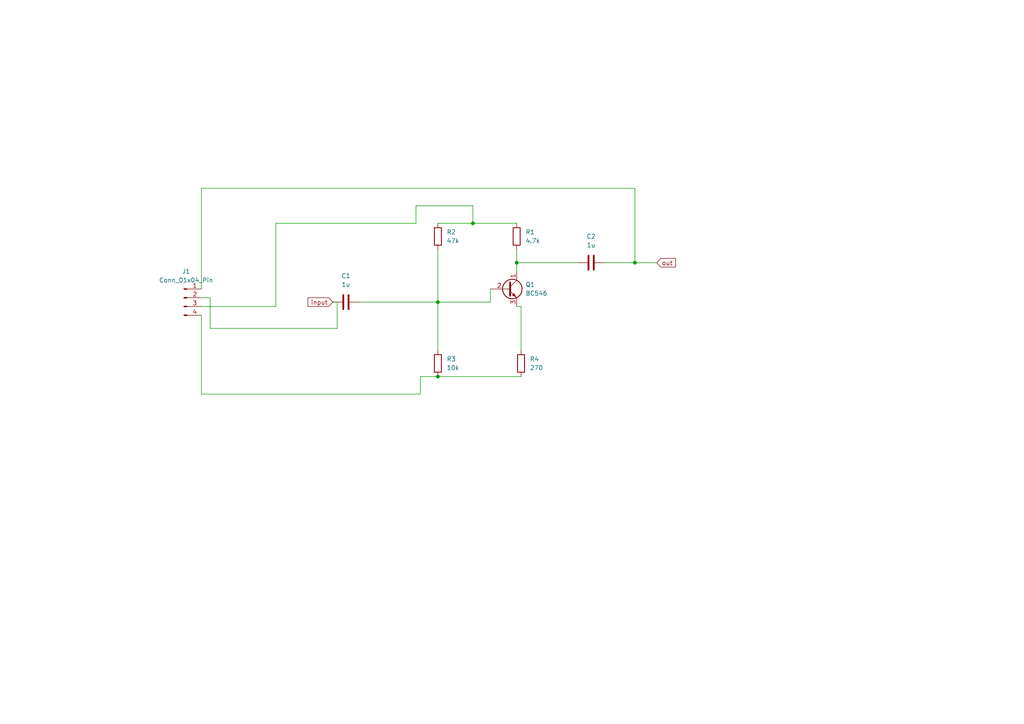
<source format=kicad_sch>
(kicad_sch
	(version 20231120)
	(generator "eeschema")
	(generator_version "8.0")
	(uuid "5c79349c-8f6b-4ec3-b3c8-9fd4696dcbe2")
	(paper "A4")
	(lib_symbols
		(symbol "Connector:Conn_01x04_Pin"
			(pin_names
				(offset 1.016) hide)
			(exclude_from_sim no)
			(in_bom yes)
			(on_board yes)
			(property "Reference" "J"
				(at 0 5.08 0)
				(effects
					(font
						(size 1.27 1.27)
					)
				)
			)
			(property "Value" "Conn_01x04_Pin"
				(at 0 -7.62 0)
				(effects
					(font
						(size 1.27 1.27)
					)
				)
			)
			(property "Footprint" ""
				(at 0 0 0)
				(effects
					(font
						(size 1.27 1.27)
					)
					(hide yes)
				)
			)
			(property "Datasheet" "~"
				(at 0 0 0)
				(effects
					(font
						(size 1.27 1.27)
					)
					(hide yes)
				)
			)
			(property "Description" "Generic connector, single row, 01x04, script generated"
				(at 0 0 0)
				(effects
					(font
						(size 1.27 1.27)
					)
					(hide yes)
				)
			)
			(property "ki_locked" ""
				(at 0 0 0)
				(effects
					(font
						(size 1.27 1.27)
					)
				)
			)
			(property "ki_keywords" "connector"
				(at 0 0 0)
				(effects
					(font
						(size 1.27 1.27)
					)
					(hide yes)
				)
			)
			(property "ki_fp_filters" "Connector*:*_1x??_*"
				(at 0 0 0)
				(effects
					(font
						(size 1.27 1.27)
					)
					(hide yes)
				)
			)
			(symbol "Conn_01x04_Pin_1_1"
				(polyline
					(pts
						(xy 1.27 -5.08) (xy 0.8636 -5.08)
					)
					(stroke
						(width 0.1524)
						(type default)
					)
					(fill
						(type none)
					)
				)
				(polyline
					(pts
						(xy 1.27 -2.54) (xy 0.8636 -2.54)
					)
					(stroke
						(width 0.1524)
						(type default)
					)
					(fill
						(type none)
					)
				)
				(polyline
					(pts
						(xy 1.27 0) (xy 0.8636 0)
					)
					(stroke
						(width 0.1524)
						(type default)
					)
					(fill
						(type none)
					)
				)
				(polyline
					(pts
						(xy 1.27 2.54) (xy 0.8636 2.54)
					)
					(stroke
						(width 0.1524)
						(type default)
					)
					(fill
						(type none)
					)
				)
				(rectangle
					(start 0.8636 -4.953)
					(end 0 -5.207)
					(stroke
						(width 0.1524)
						(type default)
					)
					(fill
						(type outline)
					)
				)
				(rectangle
					(start 0.8636 -2.413)
					(end 0 -2.667)
					(stroke
						(width 0.1524)
						(type default)
					)
					(fill
						(type outline)
					)
				)
				(rectangle
					(start 0.8636 0.127)
					(end 0 -0.127)
					(stroke
						(width 0.1524)
						(type default)
					)
					(fill
						(type outline)
					)
				)
				(rectangle
					(start 0.8636 2.667)
					(end 0 2.413)
					(stroke
						(width 0.1524)
						(type default)
					)
					(fill
						(type outline)
					)
				)
				(pin passive line
					(at 5.08 2.54 180)
					(length 3.81)
					(name "Pin_1"
						(effects
							(font
								(size 1.27 1.27)
							)
						)
					)
					(number "1"
						(effects
							(font
								(size 1.27 1.27)
							)
						)
					)
				)
				(pin passive line
					(at 5.08 0 180)
					(length 3.81)
					(name "Pin_2"
						(effects
							(font
								(size 1.27 1.27)
							)
						)
					)
					(number "2"
						(effects
							(font
								(size 1.27 1.27)
							)
						)
					)
				)
				(pin passive line
					(at 5.08 -2.54 180)
					(length 3.81)
					(name "Pin_3"
						(effects
							(font
								(size 1.27 1.27)
							)
						)
					)
					(number "3"
						(effects
							(font
								(size 1.27 1.27)
							)
						)
					)
				)
				(pin passive line
					(at 5.08 -5.08 180)
					(length 3.81)
					(name "Pin_4"
						(effects
							(font
								(size 1.27 1.27)
							)
						)
					)
					(number "4"
						(effects
							(font
								(size 1.27 1.27)
							)
						)
					)
				)
			)
		)
		(symbol "Device:C"
			(pin_numbers hide)
			(pin_names
				(offset 0.254)
			)
			(exclude_from_sim no)
			(in_bom yes)
			(on_board yes)
			(property "Reference" "C"
				(at 0.635 2.54 0)
				(effects
					(font
						(size 1.27 1.27)
					)
					(justify left)
				)
			)
			(property "Value" "C"
				(at 0.635 -2.54 0)
				(effects
					(font
						(size 1.27 1.27)
					)
					(justify left)
				)
			)
			(property "Footprint" ""
				(at 0.9652 -3.81 0)
				(effects
					(font
						(size 1.27 1.27)
					)
					(hide yes)
				)
			)
			(property "Datasheet" "~"
				(at 0 0 0)
				(effects
					(font
						(size 1.27 1.27)
					)
					(hide yes)
				)
			)
			(property "Description" "Unpolarized capacitor"
				(at 0 0 0)
				(effects
					(font
						(size 1.27 1.27)
					)
					(hide yes)
				)
			)
			(property "ki_keywords" "cap capacitor"
				(at 0 0 0)
				(effects
					(font
						(size 1.27 1.27)
					)
					(hide yes)
				)
			)
			(property "ki_fp_filters" "C_*"
				(at 0 0 0)
				(effects
					(font
						(size 1.27 1.27)
					)
					(hide yes)
				)
			)
			(symbol "C_0_1"
				(polyline
					(pts
						(xy -2.032 -0.762) (xy 2.032 -0.762)
					)
					(stroke
						(width 0.508)
						(type default)
					)
					(fill
						(type none)
					)
				)
				(polyline
					(pts
						(xy -2.032 0.762) (xy 2.032 0.762)
					)
					(stroke
						(width 0.508)
						(type default)
					)
					(fill
						(type none)
					)
				)
			)
			(symbol "C_1_1"
				(pin passive line
					(at 0 3.81 270)
					(length 2.794)
					(name "~"
						(effects
							(font
								(size 1.27 1.27)
							)
						)
					)
					(number "1"
						(effects
							(font
								(size 1.27 1.27)
							)
						)
					)
				)
				(pin passive line
					(at 0 -3.81 90)
					(length 2.794)
					(name "~"
						(effects
							(font
								(size 1.27 1.27)
							)
						)
					)
					(number "2"
						(effects
							(font
								(size 1.27 1.27)
							)
						)
					)
				)
			)
		)
		(symbol "Device:R"
			(pin_numbers hide)
			(pin_names
				(offset 0)
			)
			(exclude_from_sim no)
			(in_bom yes)
			(on_board yes)
			(property "Reference" "R"
				(at 2.032 0 90)
				(effects
					(font
						(size 1.27 1.27)
					)
				)
			)
			(property "Value" "R"
				(at 0 0 90)
				(effects
					(font
						(size 1.27 1.27)
					)
				)
			)
			(property "Footprint" ""
				(at -1.778 0 90)
				(effects
					(font
						(size 1.27 1.27)
					)
					(hide yes)
				)
			)
			(property "Datasheet" "~"
				(at 0 0 0)
				(effects
					(font
						(size 1.27 1.27)
					)
					(hide yes)
				)
			)
			(property "Description" "Resistor"
				(at 0 0 0)
				(effects
					(font
						(size 1.27 1.27)
					)
					(hide yes)
				)
			)
			(property "ki_keywords" "R res resistor"
				(at 0 0 0)
				(effects
					(font
						(size 1.27 1.27)
					)
					(hide yes)
				)
			)
			(property "ki_fp_filters" "R_*"
				(at 0 0 0)
				(effects
					(font
						(size 1.27 1.27)
					)
					(hide yes)
				)
			)
			(symbol "R_0_1"
				(rectangle
					(start -1.016 -2.54)
					(end 1.016 2.54)
					(stroke
						(width 0.254)
						(type default)
					)
					(fill
						(type none)
					)
				)
			)
			(symbol "R_1_1"
				(pin passive line
					(at 0 3.81 270)
					(length 1.27)
					(name "~"
						(effects
							(font
								(size 1.27 1.27)
							)
						)
					)
					(number "1"
						(effects
							(font
								(size 1.27 1.27)
							)
						)
					)
				)
				(pin passive line
					(at 0 -3.81 90)
					(length 1.27)
					(name "~"
						(effects
							(font
								(size 1.27 1.27)
							)
						)
					)
					(number "2"
						(effects
							(font
								(size 1.27 1.27)
							)
						)
					)
				)
			)
		)
		(symbol "Transistor_BJT:BC546"
			(pin_names
				(offset 0) hide)
			(exclude_from_sim no)
			(in_bom yes)
			(on_board yes)
			(property "Reference" "Q"
				(at 5.08 1.905 0)
				(effects
					(font
						(size 1.27 1.27)
					)
					(justify left)
				)
			)
			(property "Value" "BC546"
				(at 5.08 0 0)
				(effects
					(font
						(size 1.27 1.27)
					)
					(justify left)
				)
			)
			(property "Footprint" "Package_TO_SOT_THT:TO-92_Inline"
				(at 5.08 -1.905 0)
				(effects
					(font
						(size 1.27 1.27)
						(italic yes)
					)
					(justify left)
					(hide yes)
				)
			)
			(property "Datasheet" "https://www.onsemi.com/pub/Collateral/BC550-D.pdf"
				(at 0 0 0)
				(effects
					(font
						(size 1.27 1.27)
					)
					(justify left)
					(hide yes)
				)
			)
			(property "Description" "0.1A Ic, 65V Vce, Small Signal NPN Transistor, TO-92"
				(at 0 0 0)
				(effects
					(font
						(size 1.27 1.27)
					)
					(hide yes)
				)
			)
			(property "ki_keywords" "NPN Transistor"
				(at 0 0 0)
				(effects
					(font
						(size 1.27 1.27)
					)
					(hide yes)
				)
			)
			(property "ki_fp_filters" "TO?92*"
				(at 0 0 0)
				(effects
					(font
						(size 1.27 1.27)
					)
					(hide yes)
				)
			)
			(symbol "BC546_0_1"
				(polyline
					(pts
						(xy 0 0) (xy 0.635 0)
					)
					(stroke
						(width 0)
						(type default)
					)
					(fill
						(type none)
					)
				)
				(polyline
					(pts
						(xy 0.635 0.635) (xy 2.54 2.54)
					)
					(stroke
						(width 0)
						(type default)
					)
					(fill
						(type none)
					)
				)
				(polyline
					(pts
						(xy 0.635 -0.635) (xy 2.54 -2.54) (xy 2.54 -2.54)
					)
					(stroke
						(width 0)
						(type default)
					)
					(fill
						(type none)
					)
				)
				(polyline
					(pts
						(xy 0.635 1.905) (xy 0.635 -1.905) (xy 0.635 -1.905)
					)
					(stroke
						(width 0.508)
						(type default)
					)
					(fill
						(type none)
					)
				)
				(polyline
					(pts
						(xy 1.27 -1.778) (xy 1.778 -1.27) (xy 2.286 -2.286) (xy 1.27 -1.778) (xy 1.27 -1.778)
					)
					(stroke
						(width 0)
						(type default)
					)
					(fill
						(type outline)
					)
				)
				(circle
					(center 1.27 0)
					(radius 2.8194)
					(stroke
						(width 0.254)
						(type default)
					)
					(fill
						(type none)
					)
				)
			)
			(symbol "BC546_1_1"
				(pin passive line
					(at 2.54 5.08 270)
					(length 2.54)
					(name "C"
						(effects
							(font
								(size 1.27 1.27)
							)
						)
					)
					(number "1"
						(effects
							(font
								(size 1.27 1.27)
							)
						)
					)
				)
				(pin input line
					(at -5.08 0 0)
					(length 5.08)
					(name "B"
						(effects
							(font
								(size 1.27 1.27)
							)
						)
					)
					(number "2"
						(effects
							(font
								(size 1.27 1.27)
							)
						)
					)
				)
				(pin passive line
					(at 2.54 -5.08 90)
					(length 2.54)
					(name "E"
						(effects
							(font
								(size 1.27 1.27)
							)
						)
					)
					(number "3"
						(effects
							(font
								(size 1.27 1.27)
							)
						)
					)
				)
			)
		)
	)
	(junction
		(at 149.86 76.2)
		(diameter 0)
		(color 0 0 0 0)
		(uuid "295129d7-8a69-46ec-85bc-4aeb30b7ec1c")
	)
	(junction
		(at 127 87.63)
		(diameter 0)
		(color 0 0 0 0)
		(uuid "3fd15d89-8992-4c3f-b75f-e21a8efaf43b")
	)
	(junction
		(at 127 109.22)
		(diameter 0)
		(color 0 0 0 0)
		(uuid "69740a0d-41dc-4a2b-b930-bfc6eb6a3ec7")
	)
	(junction
		(at 184.15 76.2)
		(diameter 0)
		(color 0 0 0 0)
		(uuid "7a2e10f1-4450-4556-9210-28ffbc69f3d6")
	)
	(junction
		(at 137.16 64.77)
		(diameter 0)
		(color 0 0 0 0)
		(uuid "a9e220c8-c0ab-414a-9062-e8feed05b681")
	)
	(wire
		(pts
			(xy 80.01 64.77) (xy 80.01 88.9)
		)
		(stroke
			(width 0)
			(type default)
		)
		(uuid "04720ff8-fd2a-4db1-8dc2-285189fbe855")
	)
	(wire
		(pts
			(xy 58.42 91.44) (xy 58.42 114.3)
		)
		(stroke
			(width 0)
			(type default)
		)
		(uuid "3081c640-dbcc-4e36-8caf-c321982e9044")
	)
	(wire
		(pts
			(xy 120.65 64.77) (xy 120.65 59.69)
		)
		(stroke
			(width 0)
			(type default)
		)
		(uuid "351c326b-744f-40d3-80ce-88862914749e")
	)
	(wire
		(pts
			(xy 60.96 86.36) (xy 58.42 86.36)
		)
		(stroke
			(width 0)
			(type default)
		)
		(uuid "359ea517-58b2-4f92-ac66-d02a83d58466")
	)
	(wire
		(pts
			(xy 149.86 76.2) (xy 167.64 76.2)
		)
		(stroke
			(width 0)
			(type default)
		)
		(uuid "3740af65-8863-437f-b0a8-5bb0ee6621af")
	)
	(wire
		(pts
			(xy 127 109.22) (xy 151.13 109.22)
		)
		(stroke
			(width 0)
			(type default)
		)
		(uuid "3a586c31-0cab-4cfa-aac9-5761e236d221")
	)
	(wire
		(pts
			(xy 184.15 54.61) (xy 184.15 76.2)
		)
		(stroke
			(width 0)
			(type default)
		)
		(uuid "45c3f17f-fbf9-420f-ac21-ea5366ef76dc")
	)
	(wire
		(pts
			(xy 80.01 64.77) (xy 120.65 64.77)
		)
		(stroke
			(width 0)
			(type default)
		)
		(uuid "4b9a2564-4104-4d71-93ee-a57e38a1c99e")
	)
	(wire
		(pts
			(xy 97.79 95.25) (xy 60.96 95.25)
		)
		(stroke
			(width 0)
			(type default)
		)
		(uuid "4bf867bc-5664-4fc7-9795-401502a2ac7d")
	)
	(wire
		(pts
			(xy 58.42 83.82) (xy 58.42 54.61)
		)
		(stroke
			(width 0)
			(type default)
		)
		(uuid "4eb6eedd-bbee-4ea8-841c-b7f05d222b5f")
	)
	(wire
		(pts
			(xy 104.14 87.63) (xy 127 87.63)
		)
		(stroke
			(width 0)
			(type default)
		)
		(uuid "51110f3e-9215-4841-a39f-becab6b7413e")
	)
	(wire
		(pts
			(xy 127 72.39) (xy 127 87.63)
		)
		(stroke
			(width 0)
			(type default)
		)
		(uuid "56bd9282-1a62-42d4-ab3b-d6504813fd8a")
	)
	(wire
		(pts
			(xy 137.16 64.77) (xy 149.86 64.77)
		)
		(stroke
			(width 0)
			(type default)
		)
		(uuid "6072d1a9-2754-45f2-86d5-b7210424209a")
	)
	(wire
		(pts
			(xy 127 87.63) (xy 142.24 87.63)
		)
		(stroke
			(width 0)
			(type default)
		)
		(uuid "68afa46d-4209-4990-b06e-cd88a3c4fa63")
	)
	(wire
		(pts
			(xy 58.42 54.61) (xy 184.15 54.61)
		)
		(stroke
			(width 0)
			(type default)
		)
		(uuid "72b58740-4e79-43c7-a56d-8327e7365b01")
	)
	(wire
		(pts
			(xy 137.16 59.69) (xy 137.16 64.77)
		)
		(stroke
			(width 0)
			(type default)
		)
		(uuid "763e9d42-a511-4a1c-9bf2-4af0b0e09ee6")
	)
	(wire
		(pts
			(xy 151.13 101.6) (xy 151.13 88.9)
		)
		(stroke
			(width 0)
			(type default)
		)
		(uuid "7680892f-ea18-4f06-8859-7bb6fe4f1308")
	)
	(wire
		(pts
			(xy 127 87.63) (xy 127 101.6)
		)
		(stroke
			(width 0)
			(type default)
		)
		(uuid "79f87e7f-a915-46ba-8bc0-03deb0197d2e")
	)
	(wire
		(pts
			(xy 175.26 76.2) (xy 184.15 76.2)
		)
		(stroke
			(width 0)
			(type default)
		)
		(uuid "7d3a45ea-ec71-4f66-a331-4eb8cd96510c")
	)
	(wire
		(pts
			(xy 149.86 76.2) (xy 149.86 78.74)
		)
		(stroke
			(width 0)
			(type default)
		)
		(uuid "865f0982-afab-473d-b73b-615c66177f0e")
	)
	(wire
		(pts
			(xy 97.79 95.25) (xy 97.79 87.63)
		)
		(stroke
			(width 0)
			(type default)
		)
		(uuid "9acc96f0-60ba-40b0-9bcf-a6b6f6454857")
	)
	(wire
		(pts
			(xy 142.24 87.63) (xy 142.24 83.82)
		)
		(stroke
			(width 0)
			(type default)
		)
		(uuid "a0cb942d-3813-4755-a0c1-9ac7587980c2")
	)
	(wire
		(pts
			(xy 60.96 95.25) (xy 60.96 86.36)
		)
		(stroke
			(width 0)
			(type default)
		)
		(uuid "a3ad7416-1678-497d-ba28-fe5c82b92b14")
	)
	(wire
		(pts
			(xy 184.15 76.2) (xy 190.5 76.2)
		)
		(stroke
			(width 0)
			(type default)
		)
		(uuid "a6a47d7e-d97d-4dab-b138-a872a8cd9fca")
	)
	(wire
		(pts
			(xy 151.13 88.9) (xy 149.86 88.9)
		)
		(stroke
			(width 0)
			(type default)
		)
		(uuid "acc65929-3c96-44d0-9a00-c6a921844269")
	)
	(wire
		(pts
			(xy 120.65 59.69) (xy 137.16 59.69)
		)
		(stroke
			(width 0)
			(type default)
		)
		(uuid "b0142e33-cf6c-4b22-964b-bac513b71d88")
	)
	(wire
		(pts
			(xy 127 64.77) (xy 137.16 64.77)
		)
		(stroke
			(width 0)
			(type default)
		)
		(uuid "b85e6481-bc6f-4aa6-87ba-6120bb3dd486")
	)
	(wire
		(pts
			(xy 58.42 114.3) (xy 121.92 114.3)
		)
		(stroke
			(width 0)
			(type default)
		)
		(uuid "c196bfc0-2ada-4f24-b3d9-7f34cbfba029")
	)
	(wire
		(pts
			(xy 149.86 72.39) (xy 149.86 76.2)
		)
		(stroke
			(width 0)
			(type default)
		)
		(uuid "df47f982-a068-47ca-b589-3e8ab8914166")
	)
	(wire
		(pts
			(xy 58.42 88.9) (xy 80.01 88.9)
		)
		(stroke
			(width 0)
			(type default)
		)
		(uuid "f7e92d00-25b6-42ff-978f-81f64d2f16c6")
	)
	(wire
		(pts
			(xy 121.92 109.22) (xy 127 109.22)
		)
		(stroke
			(width 0)
			(type default)
		)
		(uuid "fa94c4cf-5be7-4ef2-9e7b-4840f9e40977")
	)
	(wire
		(pts
			(xy 121.92 114.3) (xy 121.92 109.22)
		)
		(stroke
			(width 0)
			(type default)
		)
		(uuid "fbf15878-c2a6-4775-8aef-729185dc2db2")
	)
	(wire
		(pts
			(xy 97.79 87.63) (xy 96.52 87.63)
		)
		(stroke
			(width 0)
			(type default)
		)
		(uuid "ff45c162-4546-4fd0-a872-a63426a8fc62")
	)
	(global_label "input"
		(shape input)
		(at 96.52 87.63 180)
		(fields_autoplaced yes)
		(effects
			(font
				(size 1.27 1.27)
			)
			(justify right)
		)
		(uuid "99b816a4-a639-4657-9a2a-71787cf34785")
		(property "Intersheetrefs" "${INTERSHEET_REFS}"
			(at 88.7573 87.63 0)
			(effects
				(font
					(size 1.27 1.27)
				)
				(justify right)
				(hide yes)
			)
		)
	)
	(global_label "out"
		(shape input)
		(at 190.5 76.2 0)
		(fields_autoplaced yes)
		(effects
			(font
				(size 1.27 1.27)
			)
			(justify left)
		)
		(uuid "b0d16315-6ac0-41d2-b246-7be35c176027")
		(property "Intersheetrefs" "${INTERSHEET_REFS}"
			(at 196.5089 76.2 0)
			(effects
				(font
					(size 1.27 1.27)
				)
				(justify left)
				(hide yes)
			)
		)
	)
	(symbol
		(lib_id "Connector:Conn_01x04_Pin")
		(at 53.34 86.36 0)
		(unit 1)
		(exclude_from_sim no)
		(in_bom yes)
		(on_board yes)
		(dnp no)
		(fields_autoplaced yes)
		(uuid "09feaeeb-7f04-40cf-84e1-f3ad9b2b41c6")
		(property "Reference" "J1"
			(at 53.975 78.74 0)
			(effects
				(font
					(size 1.27 1.27)
				)
			)
		)
		(property "Value" "Conn_01x04_Pin"
			(at 53.975 81.28 0)
			(effects
				(font
					(size 1.27 1.27)
				)
			)
		)
		(property "Footprint" "Connector_Molex:Molex_Micro-Fit_3.0_43045-0412_2x02_P3.00mm_Vertical"
			(at 53.34 86.36 0)
			(effects
				(font
					(size 1.27 1.27)
				)
				(hide yes)
			)
		)
		(property "Datasheet" "~"
			(at 53.34 86.36 0)
			(effects
				(font
					(size 1.27 1.27)
				)
				(hide yes)
			)
		)
		(property "Description" "Generic connector, single row, 01x04, script generated"
			(at 53.34 86.36 0)
			(effects
				(font
					(size 1.27 1.27)
				)
				(hide yes)
			)
		)
		(pin "2"
			(uuid "34b36254-66ae-4f10-9b58-66835ad657e9")
		)
		(pin "1"
			(uuid "0e7ae1b3-ae0a-4023-83dc-735ba43d7efc")
		)
		(pin "4"
			(uuid "0724cf28-a3bd-4fc4-889a-cc70d92588bc")
		)
		(pin "3"
			(uuid "324dd2be-5090-4e7b-8eb1-0f10c2ec3bcd")
		)
		(instances
			(project ""
				(path "/5c79349c-8f6b-4ec3-b3c8-9fd4696dcbe2"
					(reference "J1")
					(unit 1)
				)
			)
		)
	)
	(symbol
		(lib_id "Device:R")
		(at 127 105.41 0)
		(unit 1)
		(exclude_from_sim no)
		(in_bom yes)
		(on_board yes)
		(dnp no)
		(fields_autoplaced yes)
		(uuid "3bc33a15-9fa5-4dca-8bd4-43809fb279b1")
		(property "Reference" "R3"
			(at 129.54 104.1399 0)
			(effects
				(font
					(size 1.27 1.27)
				)
				(justify left)
			)
		)
		(property "Value" "10k"
			(at 129.54 106.6799 0)
			(effects
				(font
					(size 1.27 1.27)
				)
				(justify left)
			)
		)
		(property "Footprint" "Resistor_THT:R_Axial_DIN0204_L3.6mm_D1.6mm_P7.62mm_Horizontal"
			(at 125.222 105.41 90)
			(effects
				(font
					(size 1.27 1.27)
				)
				(hide yes)
			)
		)
		(property "Datasheet" "~"
			(at 127 105.41 0)
			(effects
				(font
					(size 1.27 1.27)
				)
				(hide yes)
			)
		)
		(property "Description" "Resistor"
			(at 127 105.41 0)
			(effects
				(font
					(size 1.27 1.27)
				)
				(hide yes)
			)
		)
		(pin "2"
			(uuid "e32f7bb8-8c46-48e0-abd1-a8b188f10999")
		)
		(pin "1"
			(uuid "b02beafc-e064-4867-9f3f-447634d587c1")
		)
		(instances
			(project "sample"
				(path "/5c79349c-8f6b-4ec3-b3c8-9fd4696dcbe2"
					(reference "R3")
					(unit 1)
				)
			)
		)
	)
	(symbol
		(lib_id "Device:C")
		(at 171.45 76.2 270)
		(unit 1)
		(exclude_from_sim no)
		(in_bom yes)
		(on_board yes)
		(dnp no)
		(fields_autoplaced yes)
		(uuid "57e1388a-8ee5-4f76-8da1-d7276b48461b")
		(property "Reference" "C2"
			(at 171.45 68.58 90)
			(effects
				(font
					(size 1.27 1.27)
				)
			)
		)
		(property "Value" "1u"
			(at 171.45 71.12 90)
			(effects
				(font
					(size 1.27 1.27)
				)
			)
		)
		(property "Footprint" "Capacitor_THT:CP_Radial_D5.0mm_P2.00mm"
			(at 167.64 77.1652 0)
			(effects
				(font
					(size 1.27 1.27)
				)
				(hide yes)
			)
		)
		(property "Datasheet" "~"
			(at 171.45 76.2 0)
			(effects
				(font
					(size 1.27 1.27)
				)
				(hide yes)
			)
		)
		(property "Description" "Unpolarized capacitor"
			(at 171.45 76.2 0)
			(effects
				(font
					(size 1.27 1.27)
				)
				(hide yes)
			)
		)
		(pin "1"
			(uuid "5978d733-aed7-4c9e-9015-e2d7378a9c14")
		)
		(pin "2"
			(uuid "a936a76e-653d-4e61-ad6a-dfea8ee76d83")
		)
		(instances
			(project "sample"
				(path "/5c79349c-8f6b-4ec3-b3c8-9fd4696dcbe2"
					(reference "C2")
					(unit 1)
				)
			)
		)
	)
	(symbol
		(lib_id "Transistor_BJT:BC546")
		(at 147.32 83.82 0)
		(unit 1)
		(exclude_from_sim no)
		(in_bom yes)
		(on_board yes)
		(dnp no)
		(fields_autoplaced yes)
		(uuid "5f668c6e-3e93-413b-9134-9afd89d5e9ba")
		(property "Reference" "Q1"
			(at 152.4 82.5499 0)
			(effects
				(font
					(size 1.27 1.27)
				)
				(justify left)
			)
		)
		(property "Value" "BC546"
			(at 152.4 85.0899 0)
			(effects
				(font
					(size 1.27 1.27)
				)
				(justify left)
			)
		)
		(property "Footprint" "Package_TO_SOT_THT:TO-92_Inline"
			(at 152.4 85.725 0)
			(effects
				(font
					(size 1.27 1.27)
					(italic yes)
				)
				(justify left)
				(hide yes)
			)
		)
		(property "Datasheet" "https://www.onsemi.com/pub/Collateral/BC550-D.pdf"
			(at 147.32 83.82 0)
			(effects
				(font
					(size 1.27 1.27)
				)
				(justify left)
				(hide yes)
			)
		)
		(property "Description" "0.1A Ic, 65V Vce, Small Signal NPN Transistor, TO-92"
			(at 147.32 83.82 0)
			(effects
				(font
					(size 1.27 1.27)
				)
				(hide yes)
			)
		)
		(pin "3"
			(uuid "cc0f00bf-ed1b-4a14-9a75-4b00e0803a28")
		)
		(pin "1"
			(uuid "c9231be1-73c7-498d-8496-84cf076c8865")
		)
		(pin "2"
			(uuid "878cda50-d1f4-4e17-869f-f072d299f4e9")
		)
		(instances
			(project ""
				(path "/5c79349c-8f6b-4ec3-b3c8-9fd4696dcbe2"
					(reference "Q1")
					(unit 1)
				)
			)
		)
	)
	(symbol
		(lib_id "Device:R")
		(at 149.86 68.58 0)
		(unit 1)
		(exclude_from_sim no)
		(in_bom yes)
		(on_board yes)
		(dnp no)
		(fields_autoplaced yes)
		(uuid "66f875f7-bad9-4aa6-aad6-79e6c8336561")
		(property "Reference" "R1"
			(at 152.4 67.3099 0)
			(effects
				(font
					(size 1.27 1.27)
				)
				(justify left)
			)
		)
		(property "Value" "4.7k"
			(at 152.4 69.8499 0)
			(effects
				(font
					(size 1.27 1.27)
				)
				(justify left)
			)
		)
		(property "Footprint" "Resistor_THT:R_Axial_DIN0204_L3.6mm_D1.6mm_P7.62mm_Horizontal"
			(at 148.082 68.58 90)
			(effects
				(font
					(size 1.27 1.27)
				)
				(hide yes)
			)
		)
		(property "Datasheet" "~"
			(at 149.86 68.58 0)
			(effects
				(font
					(size 1.27 1.27)
				)
				(hide yes)
			)
		)
		(property "Description" "Resistor"
			(at 149.86 68.58 0)
			(effects
				(font
					(size 1.27 1.27)
				)
				(hide yes)
			)
		)
		(pin "2"
			(uuid "75a96a73-6684-49f9-a9db-8168f820dca7")
		)
		(pin "1"
			(uuid "02043196-94e9-403b-bd1c-bfc854b32805")
		)
		(instances
			(project ""
				(path "/5c79349c-8f6b-4ec3-b3c8-9fd4696dcbe2"
					(reference "R1")
					(unit 1)
				)
			)
		)
	)
	(symbol
		(lib_id "Device:R")
		(at 127 68.58 0)
		(unit 1)
		(exclude_from_sim no)
		(in_bom yes)
		(on_board yes)
		(dnp no)
		(fields_autoplaced yes)
		(uuid "eeab8886-aa4d-4482-9f28-c15a8299d35e")
		(property "Reference" "R2"
			(at 129.54 67.3099 0)
			(effects
				(font
					(size 1.27 1.27)
				)
				(justify left)
			)
		)
		(property "Value" "47k"
			(at 129.54 69.8499 0)
			(effects
				(font
					(size 1.27 1.27)
				)
				(justify left)
			)
		)
		(property "Footprint" "Resistor_THT:R_Axial_DIN0204_L3.6mm_D1.6mm_P7.62mm_Horizontal"
			(at 125.222 68.58 90)
			(effects
				(font
					(size 1.27 1.27)
				)
				(hide yes)
			)
		)
		(property "Datasheet" "~"
			(at 127 68.58 0)
			(effects
				(font
					(size 1.27 1.27)
				)
				(hide yes)
			)
		)
		(property "Description" "Resistor"
			(at 127 68.58 0)
			(effects
				(font
					(size 1.27 1.27)
				)
				(hide yes)
			)
		)
		(pin "2"
			(uuid "555614c9-53b7-400e-8ff4-0f99044e21c0")
		)
		(pin "1"
			(uuid "e98381f9-d5f5-45ba-bfbb-06bf23bef51a")
		)
		(instances
			(project "sample"
				(path "/5c79349c-8f6b-4ec3-b3c8-9fd4696dcbe2"
					(reference "R2")
					(unit 1)
				)
			)
		)
	)
	(symbol
		(lib_id "Device:R")
		(at 151.13 105.41 0)
		(unit 1)
		(exclude_from_sim no)
		(in_bom yes)
		(on_board yes)
		(dnp no)
		(fields_autoplaced yes)
		(uuid "f14697cd-984c-4cc4-b59f-b635993482a1")
		(property "Reference" "R4"
			(at 153.67 104.1399 0)
			(effects
				(font
					(size 1.27 1.27)
				)
				(justify left)
			)
		)
		(property "Value" "270"
			(at 153.67 106.6799 0)
			(effects
				(font
					(size 1.27 1.27)
				)
				(justify left)
			)
		)
		(property "Footprint" "Resistor_THT:R_Axial_DIN0204_L3.6mm_D1.6mm_P7.62mm_Horizontal"
			(at 149.352 105.41 90)
			(effects
				(font
					(size 1.27 1.27)
				)
				(hide yes)
			)
		)
		(property "Datasheet" "~"
			(at 151.13 105.41 0)
			(effects
				(font
					(size 1.27 1.27)
				)
				(hide yes)
			)
		)
		(property "Description" "Resistor"
			(at 151.13 105.41 0)
			(effects
				(font
					(size 1.27 1.27)
				)
				(hide yes)
			)
		)
		(pin "2"
			(uuid "85106db2-d05b-4f1e-9859-96d9ed2da8de")
		)
		(pin "1"
			(uuid "7dc7f7a9-a883-4b65-bf1f-dcaa52e36919")
		)
		(instances
			(project "sample"
				(path "/5c79349c-8f6b-4ec3-b3c8-9fd4696dcbe2"
					(reference "R4")
					(unit 1)
				)
			)
		)
	)
	(symbol
		(lib_id "Device:C")
		(at 100.33 87.63 270)
		(unit 1)
		(exclude_from_sim no)
		(in_bom yes)
		(on_board yes)
		(dnp no)
		(fields_autoplaced yes)
		(uuid "fc4f68c0-922a-4bb0-a498-bdd448ed4654")
		(property "Reference" "C1"
			(at 100.33 80.01 90)
			(effects
				(font
					(size 1.27 1.27)
				)
			)
		)
		(property "Value" "1u"
			(at 100.33 82.55 90)
			(effects
				(font
					(size 1.27 1.27)
				)
			)
		)
		(property "Footprint" "Capacitor_THT:CP_Radial_D5.0mm_P2.00mm"
			(at 96.52 88.5952 0)
			(effects
				(font
					(size 1.27 1.27)
				)
				(hide yes)
			)
		)
		(property "Datasheet" "~"
			(at 100.33 87.63 0)
			(effects
				(font
					(size 1.27 1.27)
				)
				(hide yes)
			)
		)
		(property "Description" "Unpolarized capacitor"
			(at 100.33 87.63 0)
			(effects
				(font
					(size 1.27 1.27)
				)
				(hide yes)
			)
		)
		(pin "1"
			(uuid "abbd2640-d87f-4b2c-8183-979c8c0f4cf8")
		)
		(pin "2"
			(uuid "a38569b8-52ee-4cfe-a226-4b047b403e69")
		)
		(instances
			(project ""
				(path "/5c79349c-8f6b-4ec3-b3c8-9fd4696dcbe2"
					(reference "C1")
					(unit 1)
				)
			)
		)
	)
	(sheet_instances
		(path "/"
			(page "1")
		)
	)
)

</source>
